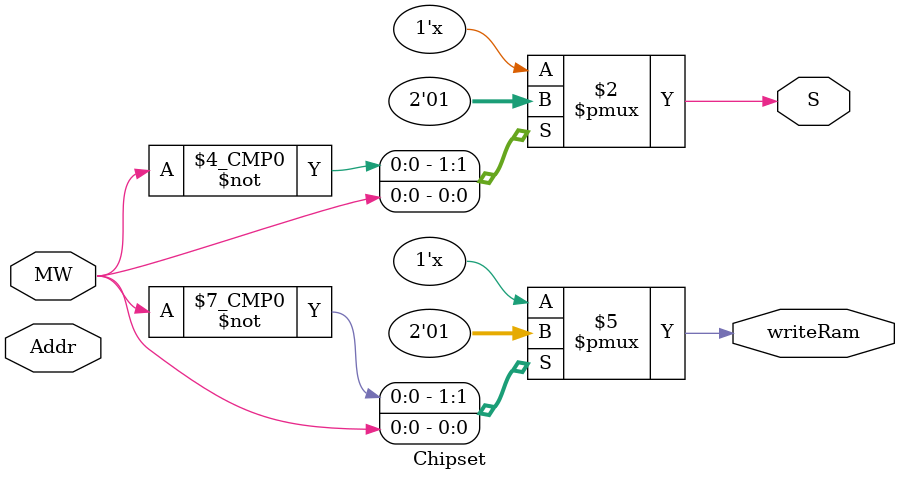
<source format=sv>


module Chipset(input logic MW, input logic [31:0] Addr,
					output logic writeRam, S);
					
	always @(*) begin
	
		case (MW) 
			//se necesita leer
			1'b0: begin
				writeRam = 1'b0;
				S = 0;
			end
			//se necesita escribir
			1'b1: begin
				writeRam = 1'b1;
				S = 1;
			end
		endcase
	end
					
endmodule  
</source>
